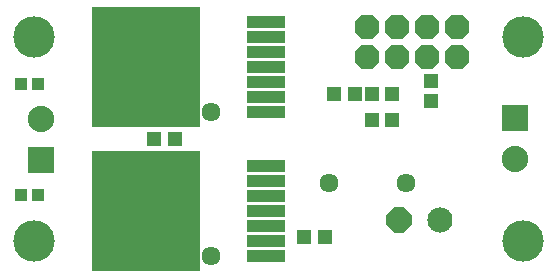
<source format=gts>
G75*
G70*
%OFA0B0*%
%FSLAX24Y24*%
%IPPOS*%
%LPD*%
%AMOC8*
5,1,8,0,0,1.08239X$1,22.5*
%
%ADD10R,0.1261X0.0395*%
%ADD11R,0.3623X0.4017*%
%ADD12R,0.0474X0.0513*%
%ADD13R,0.0513X0.0474*%
%ADD14R,0.0395X0.0395*%
%ADD15R,0.0880X0.0880*%
%ADD16C,0.0880*%
%ADD17C,0.1380*%
%ADD18C,0.0840*%
%ADD19OC8,0.0840*%
%ADD20OC8,0.0820*%
%ADD21C,0.0634*%
D10*
X008976Y001356D03*
X008976Y001856D03*
X008976Y002356D03*
X008976Y002856D03*
X008976Y003356D03*
X008976Y003856D03*
X008976Y004356D03*
X008976Y006156D03*
X008976Y006656D03*
X008976Y007156D03*
X008976Y007656D03*
X008976Y008156D03*
X008976Y008656D03*
X008976Y009156D03*
D11*
X004999Y007656D03*
X004999Y002856D03*
D12*
X014501Y006521D03*
X014501Y007191D03*
D13*
X013186Y006756D03*
X012517Y006756D03*
X011936Y006756D03*
X011267Y006756D03*
X012517Y005906D03*
X013186Y005906D03*
X010936Y002006D03*
X010267Y002006D03*
X005936Y005256D03*
X005267Y005256D03*
D14*
X001396Y007106D03*
X000806Y007106D03*
X000806Y003406D03*
X001396Y003406D03*
D15*
X001501Y004556D03*
X017301Y005956D03*
D16*
X017301Y004578D03*
X001501Y005934D03*
D17*
X001251Y001856D03*
X001251Y008656D03*
X017551Y008656D03*
X017551Y001856D03*
D18*
X014801Y002556D03*
D19*
X013426Y002556D03*
D20*
X013351Y008006D03*
X014351Y008006D03*
X015351Y008006D03*
X015351Y009006D03*
X014351Y009006D03*
X013351Y009006D03*
X012351Y009006D03*
X012351Y008006D03*
D21*
X007151Y006156D03*
X011101Y003806D03*
X013651Y003806D03*
X007151Y001356D03*
M02*

</source>
